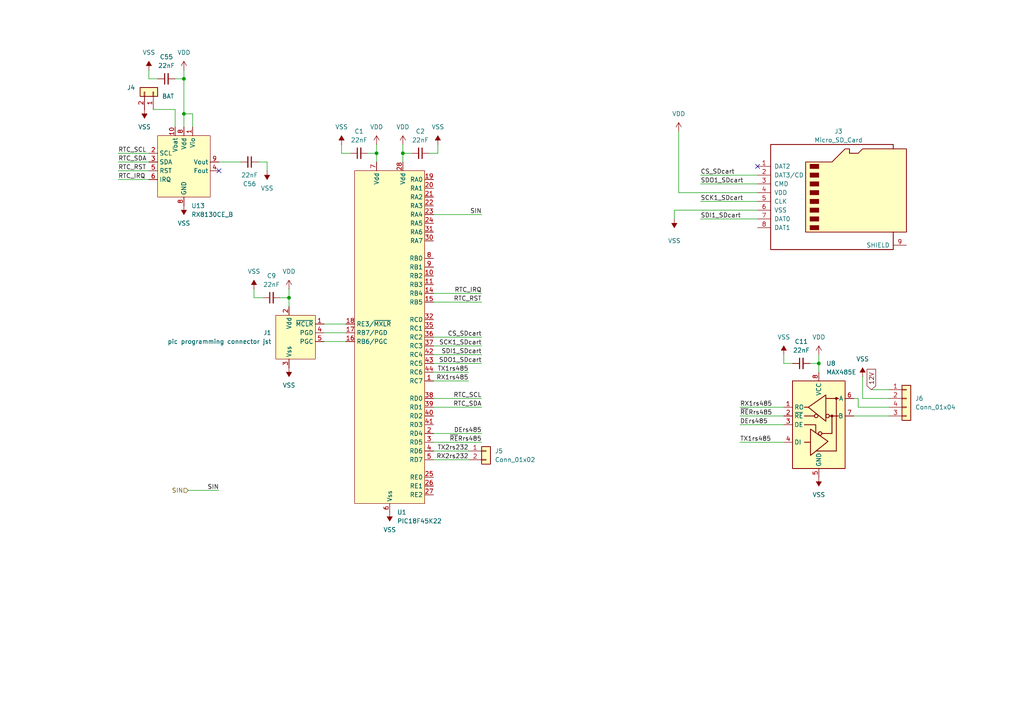
<source format=kicad_sch>
(kicad_sch (version 20250114) (generator "eeschema") (generator_version "9.0")
  (paper "A4")
  (lib_symbols
    (symbol "Connector:Micro_SD_Card" (pin_names (offset 1.016))
      (property "Reference" "J" (at -16.51 15.24 0))
      (property "Value" "Micro_SD_Card" (at 16.51 15.24 0))
      (symbol "Micro_SD_Card_0_1"
        (polyline (pts (xy -8.89 -11.43) (xy -8.89 8.89) (xy -1.27 8.89) (xy 2.54 12.7) (xy 3.81 12.7) (xy 3.81 11.43) (xy 6.35 11.43) (xy 7.62 12.7) (xy 20.32 12.7) (xy 20.32 -11.43) (xy -8.89 -11.43)) (stroke (width 0.254)) (fill (type background)))
        (rectangle (start -7.62 8.255) (end -5.08 6.985) (fill (type outline)))
        (rectangle (start -7.62 5.715) (end -5.08 4.445) (fill (type outline)))
        (rectangle (start -7.62 3.175) (end -5.08 1.905) (fill (type outline)))
        (rectangle (start -7.62 0.635) (end -5.08 -0.635) (fill (type outline)))
        (rectangle (start -7.62 -1.905) (end -5.08 -3.175) (fill (type outline)))
        (rectangle (start -7.62 -4.445) (end -5.08 -5.715) (fill (type outline)))
        (rectangle (start -7.62 -6.985) (end -5.08 -8.255) (fill (type outline)))
        (rectangle (start -7.62 -9.525) (end -5.08 -10.795) (fill (type outline)))
        (polyline (pts (xy 16.51 12.7) (xy 16.51 13.97) (xy -19.05 13.97) (xy -19.05 -16.51) (xy 16.51 -16.51) (xy 16.51 -11.43)) (stroke (width 0.254)))
      )
      (symbol "Micro_SD_Card_1_1"
        (pin bidirectional line (at -22.86 7.62 0) (length 3.81) (name "DAT2") (number "1"))
        (pin bidirectional line (at -22.86 5.08 0) (length 3.81) (name "DAT3/CD") (number "2"))
        (pin input line (at -22.86 2.54 0) (length 3.81) (name "CMD") (number "3"))
        (pin power_in line (at -22.86 0 0) (length 3.81) (name "VDD") (number "4"))
        (pin input line (at -22.86 -2.54 0) (length 3.81) (name "CLK") (number "5"))
        (pin power_in line (at -22.86 -5.08 0) (length 3.81) (name "VSS") (number "6"))
        (pin bidirectional line (at -22.86 -7.62 0) (length 3.81) (name "DAT0") (number "7"))
        (pin bidirectional line (at -22.86 -10.16 0) (length 3.81) (name "DAT1") (number "8"))
        (pin passive line (at 20.32 -15.24 180) (length 3.81) (name "SHIELD") (number "9"))
      )
    )
    (symbol "Connector_Generic:Conn_01x02" (pin_names (offset 1.016) (hide yes))
      (property "Reference" "J" (at 0 2.54 0))
      (property "Value" "Conn_01x02" (at 0 -5.08 0))
      (symbol "Conn_01x02_1_1"
        (rectangle (start -1.27 1.27) (end 1.27 -3.81) (stroke (width 0.254)) (fill (type background)))
        (rectangle (start -1.27 0.127) (end 0 -0.127) (stroke (width 0.1524)))
        (rectangle (start -1.27 -2.413) (end 0 -2.667) (stroke (width 0.1524)))
        (pin passive line (at -5.08 0 0) (length 3.81) (name "Pin_1") (number "1"))
        (pin passive line (at -5.08 -2.54 0) (length 3.81) (name "Pin_2") (number "2"))
      )
    )
    (symbol "Connector_Generic:Conn_01x04" (pin_names (offset 1.016) (hide yes))
      (property "Reference" "J6" (at 2.54 0.0001 0))
      (property "Value" "Conn_01x04" (at 2.54 -2.5399 0))
      (symbol "Conn_01x04_1_1"
        (rectangle (start -1.27 3.81) (end 1.27 -6.35) (stroke (width 0.254)) (fill (type background)))
        (rectangle (start -1.27 2.667) (end 0 2.413) (stroke (width 0.1524)))
        (rectangle (start -1.27 0.127) (end 0 -0.127) (stroke (width 0.1524)))
        (rectangle (start -1.27 -2.413) (end 0 -2.667) (stroke (width 0.1524)))
        (rectangle (start -1.27 -4.953) (end 0 -5.207) (stroke (width 0.1524)))
        (pin passive line (at -5.08 2.54 0) (length 3.81) (name "Pin_1") (number "1"))
        (pin passive line (at -5.08 0 0) (length 3.81) (name "Pin_2") (number "2"))
        (pin passive line (at -5.08 -2.54 0) (length 3.81) (name "Pin_4") (number "4"))
        (pin passive line (at -5.08 -5.08 0) (length 3.81) (name "Pin_3") (number "3"))
      )
    )
    (symbol "Device:C_Small" (pin_numbers (hide yes)) (pin_names (offset 0.254) (hide yes))
      (property "Reference" "C" (at 0.254 1.778 0))
      (property "Value" "C_Small" (at 0.254 -2.032 0))
      (symbol "C_Small_0_1"
        (polyline (pts (xy -1.524 0.508) (xy 1.524 0.508)) (stroke (width 0.3048)))
        (polyline (pts (xy -1.524 -0.508) (xy 1.524 -0.508)) (stroke (width 0.3302)))
      )
      (symbol "C_Small_1_1"
        (pin passive line (at 0 2.54 270) (length 2.032) (name "~") (number "1"))
        (pin passive line (at 0 -2.54 90) (length 2.032) (name "~") (number "2"))
      )
    )
    (symbol "Interface_UART:MAX485E"
      (property "Reference" "U" (at -6.985 13.97 0))
      (property "Value" "MAX485E" (at 1.905 13.97 0))
      (symbol "MAX485E_0_1"
        (rectangle (start -7.62 12.7) (end 7.62 -12.7) (stroke (width 0.254)) (fill (type background)))
        (polyline (pts (xy -4.191 2.54) (xy -1.27 2.54)) (stroke (width 0.254)))
        (polyline (pts (xy -4.191 0) (xy -0.889 0) (xy -0.889 -2.286)) (stroke (width 0.254)))
        (polyline (pts (xy -3.175 5.08) (xy -4.191 5.08) (xy -4.064 5.08)) (stroke (width 0.254)))
        (polyline (pts (xy -2.54 -5.08) (xy -4.191 -5.08)) (stroke (width 0.254)))
        (polyline (pts (xy -2.413 -5.08) (xy -2.413 -1.27) (xy 2.667 -4.826) (xy -2.413 -8.89) (xy -2.413 -5.08)) (stroke (width 0.254)))
        (polyline (pts (xy -0.635 -7.62) (xy 5.08 -7.62)) (stroke (width 0.254)))
        (circle (center 0.381 -2.54) (radius 0.508) (stroke (width 0.254)))
        (polyline (pts (xy 0.889 -2.54) (xy 3.81 -2.54)) (stroke (width 0.254)))
        (polyline (pts (xy 2.032 7.62) (xy 5.715 7.62)) (stroke (width 0.254)))
        (polyline (pts (xy 3.048 2.54) (xy 5.715 2.54)) (stroke (width 0.254)))
        (circle (center 3.81 2.54) (radius 0.2794) (stroke (width 0.254)) (fill (type outline)))
        (polyline (pts (xy 3.81 -2.54) (xy 3.81 2.54)) (stroke (width 0.254)))
        (polyline (pts (xy 5.08 -7.62) (xy 5.08 7.62)) (stroke (width 0.254)))
      )
      (symbol "MAX485E_1_1"
        (circle (center -0.762 2.54) (radius 0.508) (stroke (width 0.254)))
        (polyline (pts (xy 2.032 4.826) (xy 2.032 8.636) (xy -3.048 5.08) (xy 2.032 1.016) (xy 2.032 4.826)) (stroke (width 0.254)))
        (circle (center 2.54 2.54) (radius 0.508) (stroke (width 0.254)))
        (circle (center 5.08 7.62) (radius 0.2794) (stroke (width 0.254)) (fill (type outline)))
        (pin output line (at -10.16 5.08 0) (length 2.54) (name "RO") (number "1"))
        (pin input line (at -10.16 2.54 0) (length 2.54) (name "~{RE}") (number "2"))
        (pin input line (at -10.16 0 0) (length 2.54) (name "DE") (number "3"))
        (pin input line (at -10.16 -5.08 0) (length 2.54) (name "DI") (number "4"))
        (pin power_in line (at 0 15.24 270) (length 2.54) (name "VCC") (number "8"))
        (pin power_in line (at 0 -15.24 90) (length 2.54) (name "GND") (number "5"))
        (pin bidirectional line (at 10.16 7.62 180) (length 2.54) (name "A") (number "6"))
        (pin bidirectional line (at 10.16 2.54 180) (length 2.54) (name "B") (number "7"))
      )
    )
    (symbol "power:+5V" (power) (pin_numbers (hide yes)) (pin_names (offset 0) (hide yes))
      (property "Value" "+5V" (at 0 3.556 0))
      (symbol "+5V_0_1"
        (polyline (pts (xy -0.762 1.27) (xy 0 2.54)))
        (polyline (pts (xy 0 2.54) (xy 0.762 1.27)))
        (polyline (pts (xy 0 0) (xy 0 2.54)))
      )
      (symbol "+5V_1_1"
        (pin power_in line (at 0 0 90) (length 0) (name "~") (number "1"))
      )
    )
    (symbol "power:VSS" (power) (pin_numbers (hide yes)) (pin_names (offset 0) (hide yes))
      (property "Value" "VSS" (at 0 3.556 0))
      (symbol "VSS_0_1"
        (polyline (pts (xy 0 0) (xy 0 2.54)))
        (polyline (pts (xy 0.762 1.27) (xy -0.762 1.27) (xy 0 2.54) (xy 0.762 1.27)) (fill (type outline)))
      )
      (symbol "VSS_1_1"
        (pin power_in line (at 0 0 90) (length 0) (name "~") (number "1"))
      )
    )
    (symbol "user_connector:PIC_PROGRAMMING_CONNECTOR_jst"
      (property "Reference" "J" (at 1.778 7.874 0))
      (property "Value" "pic programming connector jst" (at 14.224 -7.874 0))
      (symbol "PIC_PROGRAMMING_CONNECTOR_jst_1_1"
        (rectangle (start -3.81 6.35) (end 7.62 -6.35) (fill (type background)))
        (pin no_connect line (at -1.27 -3.81 0) (length 2.54) (hide yes) (name "MP") (number "MP"))
        (pin power_in line (at 0 8.89 270) (length 2.54) (name "Vdd") (number "2"))
        (pin power_in line (at 0 -8.89 90) (length 2.54) (name "Vss") (number "3"))
        (pin bidirectional line (at 10.16 3.81 180) (length 2.54) (name "~{MCLR}") (number "1"))
        (pin bidirectional line (at 10.16 1.27 180) (length 2.54) (name "PGD") (number "4"))
        (pin bidirectional line (at 10.16 -1.27 180) (length 2.54) (name "PGC") (number "5"))
      )
    )
    (symbol "user_mcu:PIC18F45K22"
      (property "Reference" "U" (at -10.16 18.288 0))
      (symbol "PIC18F45K22_1_1"
        (rectangle (start -10.16 48.26) (end 10.16 -48.26) (fill (type background)))
        (pin bidirectional line (at -12.7 3.81 0) (length 2.54) (name "RE3/~{MXLR}") (number "18"))
        (pin bidirectional line (at -12.7 1.27 0) (length 2.54) (name "RB7/PGD") (number "17"))
        (pin bidirectional line (at -12.7 -1.27 0) (length 2.54) (name "RB6/PGC") (number "16"))
        (pin power_in line (at -3.81 50.8 270) (length 2.54) (name "Vdd") (number "7"))
        (pin power_in line (at 0 -50.8 90) (length 2.54) (hide yes) (name "vSS") (number "29"))
        (pin power_in line (at 0 -50.8 90) (length 2.54) (name "Vss") (number "6"))
        (pin no_connect line (at 2.54 -16.51 180) (length 2.54) (hide yes) (name "NC") (number "34"))
        (pin no_connect line (at 2.54 -20.32 180) (length 2.54) (hide yes) (name "NC") (number "33"))
        (pin no_connect line (at 2.54 -25.4 180) (length 2.54) (hide yes) (name "NC") (number "13"))
        (pin no_connect line (at 2.54 -29.21 180) (length 2.54) (hide yes) (name "NC") (number "12"))
        (pin power_in line (at 3.81 50.8 270) (length 2.54) (name "Vdd") (number "28"))
        (pin bidirectional line (at 12.7 45.72 180) (length 2.54) (name "RA0") (number "19"))
        (pin bidirectional line (at 12.7 43.18 180) (length 2.54) (name "RA1") (number "20"))
        (pin bidirectional line (at 12.7 40.64 180) (length 2.54) (name "RA2") (number "21"))
        (pin bidirectional line (at 12.7 38.1 180) (length 2.54) (name "RA3") (number "22"))
        (pin bidirectional line (at 12.7 35.56 180) (length 2.54) (name "RA4") (number "23"))
        (pin bidirectional line (at 12.7 33.02 180) (length 2.54) (name "RA5") (number "24"))
        (pin bidirectional line (at 12.7 30.48 180) (length 2.54) (name "RA6") (number "31"))
        (pin bidirectional line (at 12.7 27.94 180) (length 2.54) (name "RA7") (number "30"))
        (pin bidirectional line (at 12.7 22.86 180) (length 2.54) (name "RB0") (number "8"))
        (pin bidirectional line (at 12.7 20.32 180) (length 2.54) (name "RB1") (number "9"))
        (pin bidirectional line (at 12.7 17.78 180) (length 2.54) (name "RB2") (number "10"))
        (pin bidirectional line (at 12.7 15.24 180) (length 2.54) (name "RB3") (number "11"))
        (pin bidirectional line (at 12.7 12.7 180) (length 2.54) (name "RB4") (number "14"))
        (pin bidirectional line (at 12.7 10.16 180) (length 2.54) (name "RB5") (number "15"))
        (pin bidirectional line (at 12.7 5.08 180) (length 2.54) (name "RC0") (number "32"))
        (pin bidirectional line (at 12.7 2.54 180) (length 2.54) (name "RC1") (number "35"))
        (pin bidirectional line (at 12.7 0 180) (length 2.54) (name "RC2") (number "36"))
        (pin bidirectional line (at 12.7 -2.54 180) (length 2.54) (name "RC3") (number "37"))
        (pin bidirectional line (at 12.7 -5.08 180) (length 2.54) (name "RC4") (number "42"))
        (pin bidirectional line (at 12.7 -7.62 180) (length 2.54) (name "RC5") (number "43"))
        (pin bidirectional line (at 12.7 -10.16 180) (length 2.54) (name "RC6") (number "44"))
        (pin bidirectional line (at 12.7 -12.7 180) (length 2.54) (name "RC7") (number "1"))
        (pin bidirectional line (at 12.7 -17.78 180) (length 2.54) (name "RD0") (number "38"))
        (pin bidirectional line (at 12.7 -20.32 180) (length 2.54) (name "RD1") (number "39"))
        (pin bidirectional line (at 12.7 -22.86 180) (length 2.54) (name "RD2") (number "40"))
        (pin bidirectional line (at 12.7 -25.4 180) (length 2.54) (name "RD3") (number "41"))
        (pin bidirectional line (at 12.7 -27.94 180) (length 2.54) (name "RD4") (number "2"))
        (pin bidirectional line (at 12.7 -30.48 180) (length 2.54) (name "RD5") (number "3"))
        (pin bidirectional line (at 12.7 -33.02 180) (length 2.54) (name "RD6") (number "4"))
        (pin bidirectional line (at 12.7 -35.56 180) (length 2.54) (name "RD7") (number "5"))
        (pin bidirectional line (at 12.7 -40.64 180) (length 2.54) (name "RE0") (number "25"))
        (pin bidirectional line (at 12.7 -43.18 180) (length 2.54) (name "RE1") (number "26"))
        (pin bidirectional line (at 12.7 -45.72 180) (length 2.54) (name "RE2") (number "27"))
      )
    )
    (symbol "user_rtc:RX8130CE_B"
      (property "Reference" "U" (at -7.112 9.906 0))
      (property "Value" "RX8130CE_B" (at 6.858 -10.414 0))
      (symbol "RX8130CE_B_1_1"
        (rectangle (start -7.62 8.89) (end 7.62 -8.89) (fill (type background)))
        (pin bidirectional line (at -10.16 3.81 0) (length 2.54) (name "SCL") (number "2"))
        (pin bidirectional line (at -10.16 1.27 0) (length 2.54) (name "SDA") (number "3"))
        (pin bidirectional line (at -10.16 -1.27 0) (length 2.54) (name "RST") (number "5"))
        (pin bidirectional line (at -10.16 -3.81 0) (length 2.54) (name "IRQ") (number "6"))
        (pin power_in line (at -2.54 11.43 270) (length 2.54) (name "Vbat") (number "10"))
        (pin power_in line (at 0 11.43 270) (length 2.54) (name "Vdd") (number "8"))
        (pin power_in line (at 0 -11.43 90) (length 2.54) (name "GND") (number "8"))
        (pin power_in line (at 2.54 11.43 270) (length 2.54) (name "Vio") (number "1"))
        (pin bidirectional line (at 10.16 1.27 180) (length 2.54) (name "Vout") (number "9"))
        (pin bidirectional line (at 10.16 -1.27 180) (length 2.54) (name "Fout") (number "4"))
      )
    )
  )
  (junction (at 116.84 44.45))
  (junction (at 53.34 22.86))
  (junction (at 53.34 33.02))
  (junction (at 109.22 44.45))
  (junction (at 83.82 86.36))
  (junction (at 237.49 105.41))
  (no_connect (at 219.71 48.26))
  (no_connect (at 63.5 49.53))
  (wire (pts (xy 234.95 105.41) (xy 237.49 105.41)))
  (wire (pts (xy 109.22 44.45) (xy 109.22 46.99)))
  (wire (pts (xy 125.73 110.49) (xy 135.89 110.49)))
  (wire (pts (xy 77.47 49.53) (xy 77.47 46.99)))
  (wire (pts (xy 34.29 46.99) (xy 43.18 46.99)))
  (wire (pts (xy 50.8 36.83) (xy 50.8 31.75)))
  (wire (pts (xy 125.73 102.87) (xy 139.7 102.87)))
  (wire (pts (xy 250.19 109.22) (xy 250.19 115.57)))
  (wire (pts (xy 106.68 44.45) (xy 109.22 44.45)))
  (wire (pts (xy 63.5 46.99) (xy 69.85 46.99)))
  (wire (pts (xy 214.63 128.27) (xy 227.33 128.27)))
  (wire (pts (xy 252.73 113.03) (xy 257.81 113.03)))
  (wire (pts (xy 203.2 63.5) (xy 219.71 63.5)))
  (wire (pts (xy 55.88 33.02) (xy 53.34 33.02)))
  (wire (pts (xy 227.33 105.41) (xy 229.87 105.41)))
  (wire (pts (xy 83.82 86.36) (xy 83.82 88.9)))
  (wire (pts (xy 73.66 83.82) (xy 73.66 86.36)))
  (wire (pts (xy 125.73 130.81) (xy 135.89 130.81)))
  (wire (pts (xy 214.63 118.11) (xy 227.33 118.11)))
  (wire (pts (xy 83.82 86.36) (xy 83.82 83.82)))
  (wire (pts (xy 53.34 22.86) (xy 53.34 20.32)))
  (wire (pts (xy 99.06 44.45) (xy 101.6 44.45)))
  (wire (pts (xy 34.29 44.45) (xy 43.18 44.45)))
  (wire (pts (xy 125.73 115.57) (xy 139.7 115.57)))
  (wire (pts (xy 125.73 128.27) (xy 139.7 128.27)))
  (wire (pts (xy 119.38 44.45) (xy 116.84 44.45)))
  (wire (pts (xy 195.58 63.5) (xy 195.58 60.96)))
  (wire (pts (xy 237.49 105.41) (xy 237.49 107.95)))
  (wire (pts (xy 77.47 46.99) (xy 74.93 46.99)))
  (wire (pts (xy 125.73 100.33) (xy 139.7 100.33)))
  (wire (pts (xy 219.71 55.88) (xy 196.85 55.88)))
  (wire (pts (xy 203.2 58.42) (xy 219.71 58.42)))
  (wire (pts (xy 34.29 52.07) (xy 43.18 52.07)))
  (wire (pts (xy 125.73 105.41) (xy 139.7 105.41)))
  (wire (pts (xy 93.98 99.06) (xy 100.33 99.06)))
  (wire (pts (xy 257.81 115.57) (xy 250.19 115.57)))
  (wire (pts (xy 247.65 120.65) (xy 257.81 120.65)))
  (wire (pts (xy 227.33 102.87) (xy 227.33 105.41)))
  (wire (pts (xy 34.29 49.53) (xy 43.18 49.53)))
  (wire (pts (xy 195.58 60.96) (xy 219.71 60.96)))
  (wire (pts (xy 54.61 142.24) (xy 63.5 142.24)))
  (wire (pts (xy 127 44.45) (xy 124.46 44.45)))
  (wire (pts (xy 81.28 86.36) (xy 83.82 86.36)))
  (wire (pts (xy 125.73 85.09) (xy 139.7 85.09)))
  (wire (pts (xy 116.84 44.45) (xy 116.84 46.99)))
  (wire (pts (xy 125.73 107.95) (xy 135.89 107.95)))
  (wire (pts (xy 43.18 22.86) (xy 45.72 22.86)))
  (wire (pts (xy 93.98 93.98) (xy 100.33 93.98)))
  (wire (pts (xy 109.22 44.45) (xy 109.22 41.91)))
  (wire (pts (xy 53.34 33.02) (xy 53.34 36.83)))
  (wire (pts (xy 125.73 118.11) (xy 139.7 118.11)))
  (wire (pts (xy 127 41.91) (xy 127 44.45)))
  (wire (pts (xy 53.34 22.86) (xy 53.34 33.02)))
  (wire (pts (xy 203.2 50.8) (xy 219.71 50.8)))
  (wire (pts (xy 247.65 115.57) (xy 248.92 115.57)))
  (wire (pts (xy 203.2 53.34) (xy 219.71 53.34)))
  (wire (pts (xy 125.73 87.63) (xy 139.7 87.63)))
  (wire (pts (xy 93.98 96.52) (xy 100.33 96.52)))
  (wire (pts (xy 55.88 36.83) (xy 55.88 33.02)))
  (wire (pts (xy 125.73 97.79) (xy 139.7 97.79)))
  (wire (pts (xy 99.06 41.91) (xy 99.06 44.45)))
  (wire (pts (xy 237.49 105.41) (xy 237.49 102.87)))
  (wire (pts (xy 248.92 115.57) (xy 248.92 118.11)))
  (wire (pts (xy 43.18 20.32) (xy 43.18 22.86)))
  (wire (pts (xy 248.92 118.11) (xy 257.81 118.11)))
  (wire (pts (xy 196.85 38.1) (xy 196.85 55.88)))
  (wire (pts (xy 50.8 22.86) (xy 53.34 22.86)))
  (wire (pts (xy 116.84 44.45) (xy 116.84 41.91)))
  (wire (pts (xy 73.66 86.36) (xy 76.2 86.36)))
  (wire (pts (xy 50.8 31.75) (xy 44.45 31.75)))
  (wire (pts (xy 125.73 133.35) (xy 135.89 133.35)))
  (wire (pts (xy 125.73 62.23) (xy 139.7 62.23)))
  (wire (pts (xy 214.63 123.19) (xy 227.33 123.19)))
  (wire (pts (xy 125.73 125.73) (xy 139.7 125.73)))
  (wire (pts (xy 214.63 120.65) (xy 227.33 120.65)))
  (label "SDI1_SDcart" (at 203.2 63.5 0))
  (label "RX1rs485" (at 214.63 118.11 0))
  (label "CS_SDcart" (at 139.7 97.79 180))
  (label "~{RE}Rrs485" (at 214.63 120.65 0))
  (label "SDO1_SDcart" (at 203.2 53.34 0))
  (label "SCK1_SDcart" (at 203.2 58.42 0))
  (label "SIN" (at 139.7 62.23 180))
  (label "RTC_SCL" (at 139.7 115.57 180))
  (label "CS_SDcart" (at 203.2 50.8 0))
  (label "TX1rs485" (at 135.89 107.95 180))
  (label "RTC_IRQ" (at 34.29 52.07 0))
  (label "SDI1_SDcart" (at 139.7 102.87 180))
  (label "SCK1_SDcart" (at 139.7 100.33 180))
  (label "RTC_RST" (at 34.29 49.53 0))
  (label "TX2rs232" (at 135.89 130.81 180))
  (label "RTC_SDA" (at 34.29 46.99 0))
  (label "RTC_IRQ" (at 139.7 85.09 180))
  (label "DErs485" (at 214.63 123.19 0))
  (label "SIN" (at 63.5 142.24 180))
  (label "RTC_SDA" (at 139.7 118.11 180))
  (label "TX1rs485" (at 214.63 128.27 0))
  (label "RTC_RST" (at 139.7 87.63 180))
  (label "DErs485" (at 139.7 125.73 180))
  (label "~{RE}Rrs485" (at 139.7 128.27 180))
  (label "RTC_SCL" (at 34.29 44.45 0))
  (label "RX1rs485" (at 135.89 110.49 180))
  (label "SDO1_SDcart" (at 139.7 105.41 180))
  (label "RX2rs232" (at 135.89 133.35 180))
  (global_label "12V" (shape input) (at 252.73 113.03 90) (property "Intersheetrefs" "${INTERSHEET_REFS}" (effects (hide yes))))
  (hierarchical_label "SIN" (shape input) (at 54.61 142.24 180))
  (symbol (lib_id "Device:C_Small") (at 104.14 44.45 90) (unit 1)
    (property "Reference" "C62" (at 104.1463 38.1 90))
    (property "Value" "22nF" (at 104.1463 40.64 90))
    (property "Footprint" "Capacitor_SMD:C_0805_2012Metric" (effects (hide yes)))
    (property "Description" "Unpolarized capacitor, small symbol" (effects (hide yes)))
    (instances (project "motherboard" (path "" (reference "C1") (unit 1)) (path "" (reference "C62") (unit 1))))
  )
  (symbol (lib_id "user_connector:PIC_PROGRAMMING_CONNECTOR_jst") (at 83.82 97.79 0) (unit 1)
    (property "Reference" "J8" (at 78.74 96.5199 0) (effects (justify right)))
    (property "Value" "pic programming connector jst" (at 78.74 99.0599 0) (effects (justify right)))
    (property "Footprint" "Connector_JST:JST_SH_BM05B-SRSS-TB_1x05-1MP_P1.00mm_Vertical" (effects (hide yes)))
    (instances (project "" (path "" (reference "J1") (unit 1)) (path "" (reference "J8") (unit 1))))
  )
  (symbol (lib_id "power:+5V") (at 109.22 41.91 0) (unit 1)
    (property "Reference" "#PWR0179" (effects (hide yes)))
    (property "Value" "VDD" (at 109.22 36.83 0))
    (property "Description" "Power symbol creates a global label with name \"+5V\"" (effects (hide yes)))
    (instances (project "motherboard" (path "" (reference "#PWR018") (unit 1)) (path "" (reference "#PWR0179") (unit 1))))
  )
  (symbol (lib_id "power:VSS") (at 127 41.91 0) (mirror y) (unit 1)
    (property "Reference" "#PWR0185" (effects (hide yes)))
    (property "Value" "VSS" (at 127 36.83 0))
    (property "Description" "Power symbol creates a global label with name \"VSS\"" (effects (hide yes)))
    (instances (project "motherboard" (path "" (reference "#PWR019") (unit 1)) (path "" (reference "#PWR0185") (unit 1))))
  )
  (symbol (lib_id "Device:C_Small") (at 121.92 44.45 270) (mirror x) (unit 1)
    (property "Reference" "C63" (at 121.9137 38.1 90))
    (property "Value" "22nF" (at 121.9137 40.64 90))
    (property "Footprint" "Capacitor_SMD:C_0805_2012Metric" (effects (hide yes)))
    (property "Description" "Unpolarized capacitor, small symbol" (effects (hide yes)))
    (instances (project "motherboard" (path "" (reference "C2") (unit 1)) (path "" (reference "C63") (unit 1))))
  )
  (symbol (lib_id "power:VSS") (at 43.18 20.32 0) (unit 1)
    (property "Reference" "#PWR03" (effects (hide yes)))
    (property "Value" "VSS" (at 43.18 15.24 0))
    (property "Description" "Power symbol creates a global label with name \"VSS\"" (effects (hide yes)))
  )
  (symbol (lib_id "Device:C_Small") (at 48.26 22.86 90) (unit 1)
    (property "Reference" "C55" (at 48.2663 16.51 90))
    (property "Value" "22nF" (at 48.2663 19.05 90))
    (property "Footprint" "Capacitor_SMD:C_0805_2012Metric" (effects (hide yes)))
    (property "Description" "Unpolarized capacitor, small symbol" (effects (hide yes)))
  )
  (symbol (lib_id "power:VSS") (at 237.49 138.43 180) (unit 1)
    (property "Reference" "#PWR0178" (effects (hide yes)))
    (property "Value" "VSS" (at 237.49 143.51 0))
    (property "Description" "Power symbol creates a global label with name \"VSS\"" (effects (hide yes)))
    (instances (project "motherboard" (path "" (reference "#PWR031") (unit 1)) (path "" (reference "#PWR0178") (unit 1))))
  )
  (symbol (lib_id "power:VSS") (at 113.03 148.59 180) (unit 1)
    (property "Reference" "#PWR031" (effects (hide yes)))
    (property "Value" "VSS" (at 113.03 153.67 0))
    (property "Description" "Power symbol creates a global label with name \"VSS\"" (effects (hide yes)))
  )
  (symbol (lib_id "Connector_Generic:Conn_01x04") (at 262.89 115.57 0) (unit 1)
    (property "Reference" "J7" (at 265.43 115.5699 0) (effects (justify left)))
    (property "Value" "Conn_01x04" (at 265.43 118.1099 0) (effects (justify left)))
    (property "Footprint" "user_connector:AKL 059-04" (effects (hide yes)))
    (property "Description" "Generic connector, single row, 01x04, script generated (kicad-library-utils/schlib/autogen/connector/)" (effects (hide yes)))
    (instances (project "" (path "" (reference "J6") (unit 1)) (path "" (reference "J7") (unit 1))))
  )
  (symbol (lib_id "Device:C_Small") (at 232.41 105.41 90) (unit 1)
    (property "Reference" "C60" (at 232.4163 99.06 90))
    (property "Value" "22nF" (at 232.4163 101.6 90))
    (property "Footprint" "Capacitor_SMD:C_0805_2012Metric" (effects (hide yes)))
    (property "Description" "Unpolarized capacitor, small symbol" (effects (hide yes)))
    (instances (project "motherboard" (path "" (reference "C11") (unit 1)) (path "" (reference "C60") (unit 1))))
  )
  (symbol (lib_id "power:+5V") (at 83.82 83.82 0) (unit 1)
    (property "Reference" "#PWR0186" (effects (hide yes)))
    (property "Value" "VDD" (at 83.82 78.74 0))
    (property "Description" "Power symbol creates a global label with name \"+5V\"" (effects (hide yes)))
    (instances (project "motherboard" (path "" (reference "#PWR022") (unit 1)) (path "" (reference "#PWR0186") (unit 1))))
  )
  (symbol (lib_id "power:VSS") (at 195.58 63.5 0) (mirror x) (unit 1)
    (property "Reference" "#PWR0184" (effects (hide yes)))
    (property "Value" "VSS" (at 195.58 69.85 0))
    (property "Description" "Power symbol creates a global label with name \"VSS\"" (effects (hide yes)))
    (instances (project "motherboard" (path "" (reference "#PWR028") (unit 1)) (path "" (reference "#PWR0184") (unit 1))))
  )
  (symbol (lib_id "power:VSS") (at 83.82 106.68 180) (unit 1)
    (property "Reference" "#PWR0188" (effects (hide yes)))
    (property "Value" "VSS" (at 83.82 111.76 0))
    (property "Description" "Power symbol creates a global label with name \"VSS\"" (effects (hide yes)))
    (instances (project "motherboard" (path "" (reference "#PWR023") (unit 1)) (path "" (reference "#PWR0188") (unit 1))))
  )
  (symbol (lib_id "power:VSS") (at 77.47 49.53 180) (unit 1)
    (property "Reference" "#PWR015" (effects (hide yes)))
    (property "Value" "VSS" (at 77.47 54.61 0))
    (property "Description" "Power symbol creates a global label with name \"VSS\"" (effects (hide yes)))
  )
  (symbol (lib_id "Device:C_Small") (at 72.39 46.99 270) (unit 1)
    (property "Reference" "C56" (at 72.3837 53.34 90))
    (property "Value" "22nF" (at 72.3837 50.8 90))
    (property "Footprint" "Capacitor_SMD:C_0805_2012Metric" (effects (hide yes)))
    (property "Description" "Unpolarized capacitor, small symbol" (effects (hide yes)))
  )
  (symbol (lib_id "power:VSS") (at 73.66 83.82 0) (unit 1)
    (property "Reference" "#PWR0187" (effects (hide yes)))
    (property "Value" "VSS" (at 73.66 78.74 0))
    (property "Description" "Power symbol creates a global label with name \"VSS\"" (effects (hide yes)))
    (instances (project "motherboard" (path "" (reference "#PWR021") (unit 1)) (path "" (reference "#PWR0187") (unit 1))))
  )
  (symbol (lib_id "power:VSS") (at 53.34 59.69 180) (unit 1)
    (property "Reference" "#PWR016" (effects (hide yes)))
    (property "Value" "VSS" (at 53.34 64.77 0))
    (property "Description" "Power symbol creates a global label with name \"VSS\"" (effects (hide yes)))
  )
  (symbol (lib_id "power:+5V") (at 53.34 20.32 0) (unit 1)
    (property "Reference" "#PWR04" (effects (hide yes)))
    (property "Value" "VDD" (at 53.34 15.24 0))
    (property "Description" "Power symbol creates a global label with name \"+5V\"" (effects (hide yes)))
  )
  (symbol (lib_id "Connector:Micro_SD_Card") (at 242.57 55.88 0) (unit 1)
    (property "Reference" "J6" (at 243.205 38.1 0))
    (property "Value" "Micro_SD_Card" (at 243.205 40.64 0))
    (property "Footprint" "user_connector:CONN_47219-2001_MOL" (effects (hide yes)))
    (instances (project "" (path "" (reference "J3") (unit 1)) (path "" (reference "J6") (unit 1))))
  )
  (symbol (lib_id "user_rtc:RX8130CE_B") (at 53.34 48.26 0) (unit 1)
    (property "Reference" "U13" (at 55.4833 59.69 0) (effects (justify left)))
    (property "Value" "RX8130CE_B" (at 55.4833 62.23 0) (effects (justify left)))
    (property "Footprint" "user_rtc:RX8130CE" (effects (hide yes)))
  )
  (symbol (lib_id "power:+5V") (at 237.49 102.87 0) (unit 1)
    (property "Reference" "#PWR0175" (effects (hide yes)))
    (property "Value" "VDD" (at 237.49 97.79 0))
    (property "Description" "Power symbol creates a global label with name \"+5V\"" (effects (hide yes)))
    (instances (project "motherboard" (path "" (reference "#PWR030") (unit 1)) (path "" (reference "#PWR0175") (unit 1))))
  )
  (symbol (lib_id "power:VSS") (at 227.33 102.87 0) (unit 1)
    (property "Reference" "#PWR0176" (effects (hide yes)))
    (property "Value" "VSS" (at 227.33 97.79 0))
    (property "Description" "Power symbol creates a global label with name \"VSS\"" (effects (hide yes)))
    (instances (project "motherboard" (path "" (reference "#PWR029") (unit 1)) (path "" (reference "#PWR0176") (unit 1))))
  )
  (symbol (lib_id "power:VSS") (at 250.19 109.22 0) (unit 1)
    (property "Reference" "#PWR0177" (effects (hide yes)))
    (property "Value" "VSS" (at 250.19 104.14 0))
    (property "Description" "Power symbol creates a global label with name \"VSS\"" (effects (hide yes)))
    (instances (project "motherboard" (path "" (reference "#PWR032") (unit 1)) (path "" (reference "#PWR0177") (unit 1))))
  )
  (symbol (lib_id "Interface_UART:MAX485E") (at 237.49 123.19 0) (unit 1)
    (property "Reference" "U18" (at 239.6333 105.41 0) (effects (justify left)))
    (property "Value" "MAX485E" (at 239.6333 107.95 0) (effects (justify left)))
    (property "Footprint" "Package_SO:SOIC-8_3.9x4.9mm_P1.27mm" (effects (hide yes)))
    (property "Datasheet" "https://datasheets.maximintegrated.com/en/ds/MAX1487E-MAX491E.pdf" (effects (hide yes)))
    (property "Description" "Half duplex RS-485/RS-422, 2.5 Mbps, ±15kV electro-static discharge (ESD) protection, no slew-rate, no low-power shutdown, with receiver/driver enable, 32 receiver drive capability, DIP-8 and SOIC-8" (effects (hide yes)))
    (instances (project "" (path "" (reference "U8") (unit 1)) (path "" (reference "U18") (unit 1))))
  )
  (symbol (lib_id "user_mcu:PIC18F45K22") (at 113.03 97.79 0) (unit 1)
    (property "Reference" "U19" (at 115.1733 148.59 0) (effects (justify left)))
    (property "Value" "PIC18F45K22" (at 115.1733 151.13 0) (effects (justify left)))
    (property "Footprint" "Package_QFP:TQFP-44_10x10mm_P0.8mm" (effects (hide yes)))
    (instances (project "" (path "" (reference "U1") (unit 1)) (path "" (reference "U19") (unit 1))))
  )
  (symbol (lib_id "power:+5V") (at 116.84 41.91 0) (mirror y) (unit 1)
    (property "Reference" "#PWR0180" (effects (hide yes)))
    (property "Value" "VDD" (at 116.84 36.83 0))
    (property "Description" "Power symbol creates a global label with name \"+5V\"" (effects (hide yes)))
    (instances (project "motherboard" (path "" (reference "#PWR020") (unit 1)) (path "" (reference "#PWR0180") (unit 1))))
  )
  (symbol (lib_id "power:+5V") (at 196.85 38.1 0) (mirror y) (unit 1)
    (property "Reference" "#PWR0182" (effects (hide yes)))
    (property "Value" "VDD" (at 196.85 33.02 0))
    (property "Description" "Power symbol creates a global label with name \"+5V\"" (effects (hide yes)))
    (instances (project "motherboard" (path "" (reference "#PWR026") (unit 1)) (path "" (reference "#PWR0182") (unit 1))))
  )
  (symbol (lib_id "power:VSS") (at 99.06 41.91 0) (unit 1)
    (property "Reference" "#PWR0181" (effects (hide yes)))
    (property "Value" "VSS" (at 99.06 36.83 0))
    (property "Description" "Power symbol creates a global label with name \"VSS\"" (effects (hide yes)))
    (instances (project "motherboard" (path "" (reference "#PWR01") (unit 1)) (path "" (reference "#PWR0181") (unit 1))))
  )
  (symbol (lib_id "Connector_Generic:Conn_01x02") (at 140.97 130.81 0) (unit 1)
    (property "Reference" "J12" (at 143.51 130.8099 0) (effects (justify left)))
    (property "Value" "Conn_01x02" (at 143.51 133.3499 0) (effects (justify left)))
    (property "Footprint" "Connector_PinHeader_2.54mm:PinHeader_1x02_P2.54mm_Vertical" (effects (hide yes)))
    (instances (project "" (path "" (reference "J5") (unit 1)) (path "" (reference "J12") (unit 1))))
  )
  (symbol (lib_id "power:VSS") (at 41.91 31.75 180) (unit 1)
    (property "Reference" "#PWR014" (effects (hide yes)))
    (property "Value" "VSS" (at 41.91 36.83 0))
    (property "Description" "Power symbol creates a global label with name \"VSS\"" (effects (hide yes)))
  )
  (symbol (lib_id "Device:C_Small") (at 78.74 86.36 90) (unit 1)
    (property "Reference" "C61" (at 78.7463 80.01 90))
    (property "Value" "22nF" (at 78.7463 82.55 90))
    (property "Footprint" "Capacitor_SMD:C_0805_2012Metric" (effects (hide yes)))
    (property "Description" "Unpolarized capacitor, small symbol" (effects (hide yes)))
    (instances (project "motherboard" (path "" (reference "C9") (unit 1)) (path "" (reference "C61") (unit 1))))
  )
  (symbol (lib_id "Connector_Generic:Conn_01x02") (at 44.45 26.67 270) (mirror x) (unit 1)
    (property "Reference" "J4" (at 36.83 25.3999 90) (effects (justify left)))
    (property "Value" "BAT" (at 46.99 27.9399 90) (effects (justify left)))
    (property "Footprint" "Connector_JST:JST_SH_BM02B-SRSS-TB_1x02-1MP_P1.00mm_Vertical" (effects (hide yes)))
    (property "Description" "Generic connector, single row, 01x02, script generated (kicad-library-utils/schlib/autogen/connector/)" (effects (hide yes)))
  )
)
</source>
